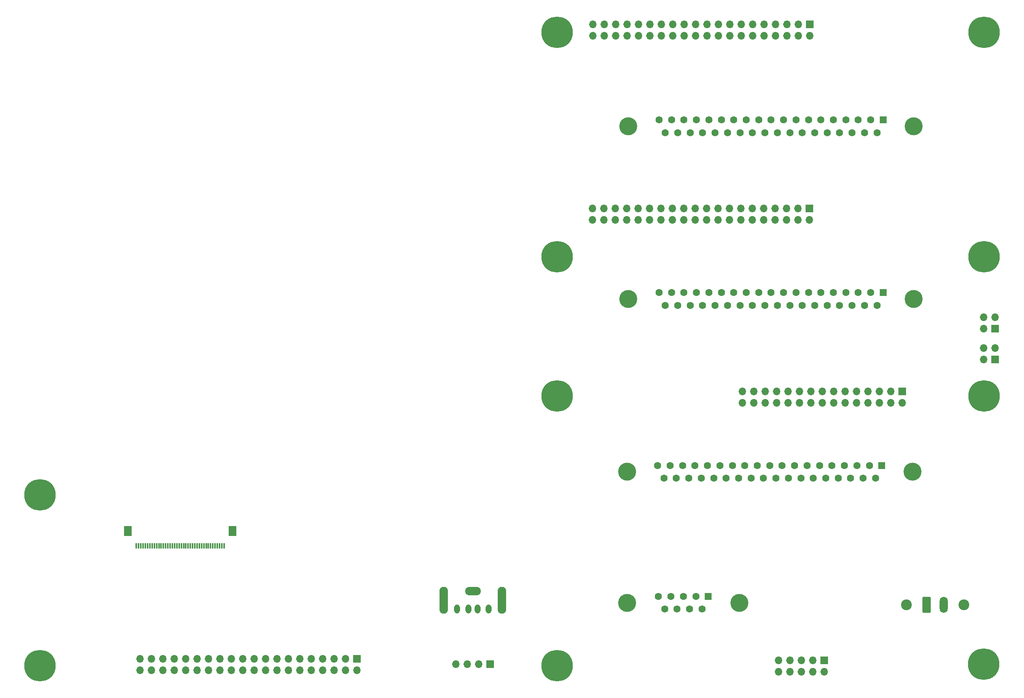
<source format=gbr>
%TF.GenerationSoftware,KiCad,Pcbnew,(7.0.0)*%
%TF.CreationDate,2025-01-08T14:06:24+03:30*%
%TF.ProjectId,tester interface,74657374-6572-4206-996e-746572666163,rev?*%
%TF.SameCoordinates,Original*%
%TF.FileFunction,Soldermask,Top*%
%TF.FilePolarity,Negative*%
%FSLAX46Y46*%
G04 Gerber Fmt 4.6, Leading zero omitted, Abs format (unit mm)*
G04 Created by KiCad (PCBNEW (7.0.0)) date 2025-01-08 14:06:24*
%MOMM*%
%LPD*%
G01*
G04 APERTURE LIST*
G04 Aperture macros list*
%AMRoundRect*
0 Rectangle with rounded corners*
0 $1 Rounding radius*
0 $2 $3 $4 $5 $6 $7 $8 $9 X,Y pos of 4 corners*
0 Add a 4 corners polygon primitive as box body*
4,1,4,$2,$3,$4,$5,$6,$7,$8,$9,$2,$3,0*
0 Add four circle primitives for the rounded corners*
1,1,$1+$1,$2,$3*
1,1,$1+$1,$4,$5*
1,1,$1+$1,$6,$7*
1,1,$1+$1,$8,$9*
0 Add four rect primitives between the rounded corners*
20,1,$1+$1,$2,$3,$4,$5,0*
20,1,$1+$1,$4,$5,$6,$7,0*
20,1,$1+$1,$6,$7,$8,$9,0*
20,1,$1+$1,$8,$9,$2,$3,0*%
G04 Aperture macros list end*
%ADD10C,4.000000*%
%ADD11R,1.600000X1.600000*%
%ADD12C,1.600000*%
%ADD13R,0.300000X1.300000*%
%ADD14R,1.800000X2.200000*%
%ADD15C,0.800000*%
%ADD16C,7.000000*%
%ADD17O,1.300000X2.000000*%
%ADD18O,1.900000X6.000000*%
%ADD19O,3.500000X1.900000*%
%ADD20C,2.400000*%
%ADD21RoundRect,0.250000X-0.650000X-1.550000X0.650000X-1.550000X0.650000X1.550000X-0.650000X1.550000X0*%
%ADD22O,1.800000X3.600000*%
%ADD23R,1.700000X1.700000*%
%ADD24O,1.700000X1.700000*%
G04 APERTURE END LIST*
D10*
%TO.C,J10*%
X175162266Y-153129433D03*
X200162266Y-153129433D03*
D11*
X193202265Y-151709432D03*
D12*
X190432266Y-151709433D03*
X187662266Y-151709433D03*
X184892266Y-151709433D03*
X182122266Y-151709433D03*
X191817266Y-154549433D03*
X189047266Y-154549433D03*
X186277266Y-154549433D03*
X183507266Y-154549433D03*
%TD*%
D13*
%TO.C,J2*%
X65966132Y-140436131D03*
X66466132Y-140436131D03*
X66966132Y-140436131D03*
X67466132Y-140436131D03*
X67966132Y-140436131D03*
X68466132Y-140436131D03*
X68966132Y-140436131D03*
X69466132Y-140436131D03*
X69966132Y-140436131D03*
X70466132Y-140436131D03*
X70966132Y-140436131D03*
X71466132Y-140436131D03*
X71966132Y-140436131D03*
X72466132Y-140436131D03*
X72966132Y-140436131D03*
X73466132Y-140436131D03*
X73966132Y-140436131D03*
X74466132Y-140436131D03*
X74966132Y-140436131D03*
X75466132Y-140436131D03*
X75966132Y-140436131D03*
X76466132Y-140436131D03*
X76966132Y-140436131D03*
X77466132Y-140436131D03*
X77966132Y-140436131D03*
X78466132Y-140436131D03*
X78966132Y-140436131D03*
X79466132Y-140436131D03*
X79966132Y-140436131D03*
X80466132Y-140436131D03*
X80966132Y-140436131D03*
X81466132Y-140436131D03*
X81966132Y-140436131D03*
X82466132Y-140436131D03*
X82966132Y-140436131D03*
X83466132Y-140436131D03*
X83966132Y-140436131D03*
X84466132Y-140436131D03*
X84966132Y-140436131D03*
X85466132Y-140436131D03*
D14*
X87366132Y-137186131D03*
X64066132Y-137186131D03*
%TD*%
D15*
%TO.C,H2*%
X41915000Y-129120000D03*
X42683845Y-127263845D03*
X42683845Y-130976155D03*
X44540000Y-126495000D03*
D16*
X44540000Y-129120000D03*
D15*
X44540000Y-131745000D03*
X46396155Y-127263845D03*
X46396155Y-130976155D03*
X47165000Y-129120000D03*
%TD*%
%TO.C,H9*%
X156915000Y-107120000D03*
X157683845Y-105263845D03*
X157683845Y-108976155D03*
X159540000Y-104495000D03*
D16*
X159540000Y-107120000D03*
D15*
X159540000Y-109745000D03*
X161396155Y-105263845D03*
X161396155Y-108976155D03*
X162165000Y-107120000D03*
%TD*%
%TO.C,H4*%
X156911133Y-167116132D03*
X157679978Y-165259977D03*
X157679978Y-168972287D03*
X159536133Y-164491132D03*
D16*
X159536133Y-167116132D03*
D15*
X159536133Y-169741132D03*
X161392288Y-165259977D03*
X161392288Y-168972287D03*
X162161133Y-167116132D03*
%TD*%
D10*
%TO.C,J8*%
X175126133Y-123976132D03*
X238626133Y-123976132D03*
D11*
X231806132Y-122556131D03*
D12*
X229036133Y-122556132D03*
X226266133Y-122556132D03*
X223496133Y-122556132D03*
X220726133Y-122556132D03*
X217956133Y-122556132D03*
X215186133Y-122556132D03*
X212416133Y-122556132D03*
X209646133Y-122556132D03*
X206876133Y-122556132D03*
X204106133Y-122556132D03*
X201336133Y-122556132D03*
X198566133Y-122556132D03*
X195796133Y-122556132D03*
X193026133Y-122556132D03*
X190256133Y-122556132D03*
X187486133Y-122556132D03*
X184716133Y-122556132D03*
X181946133Y-122556132D03*
X230421133Y-125396132D03*
X227651133Y-125396132D03*
X224881133Y-125396132D03*
X222111133Y-125396132D03*
X219341133Y-125396132D03*
X216571133Y-125396132D03*
X213801133Y-125396132D03*
X211031133Y-125396132D03*
X208261133Y-125396132D03*
X205491133Y-125396132D03*
X202721133Y-125396132D03*
X199951133Y-125396132D03*
X197181133Y-125396132D03*
X194411133Y-125396132D03*
X191641133Y-125396132D03*
X188871133Y-125396132D03*
X186101133Y-125396132D03*
X183331133Y-125396132D03*
%TD*%
D15*
%TO.C,H7*%
X156915000Y-76120000D03*
X157683845Y-74263845D03*
X157683845Y-77976155D03*
X159540000Y-73495000D03*
D16*
X159540000Y-76120000D03*
D15*
X159540000Y-78745000D03*
X161396155Y-74263845D03*
X161396155Y-77976155D03*
X162165000Y-76120000D03*
%TD*%
%TO.C,H5*%
X156911133Y-26116132D03*
X157679978Y-24259977D03*
X157679978Y-27972287D03*
X159536133Y-23491132D03*
D16*
X159536133Y-26116132D03*
D15*
X159536133Y-28741132D03*
X161392288Y-24259977D03*
X161392288Y-27972287D03*
X162161133Y-26116132D03*
%TD*%
%TO.C,H10*%
X251871133Y-166811132D03*
X252639978Y-164954977D03*
X252639978Y-168667287D03*
X254496133Y-164186132D03*
D16*
X254496133Y-166811132D03*
D15*
X254496133Y-169436132D03*
X256352288Y-164954977D03*
X256352288Y-168667287D03*
X257121133Y-166811132D03*
%TD*%
D10*
%TO.C,J4*%
X175436133Y-47056132D03*
X238936133Y-47056132D03*
D11*
X232116132Y-45636131D03*
D12*
X229346133Y-45636132D03*
X226576133Y-45636132D03*
X223806133Y-45636132D03*
X221036133Y-45636132D03*
X218266133Y-45636132D03*
X215496133Y-45636132D03*
X212726133Y-45636132D03*
X209956133Y-45636132D03*
X207186133Y-45636132D03*
X204416133Y-45636132D03*
X201646133Y-45636132D03*
X198876133Y-45636132D03*
X196106133Y-45636132D03*
X193336133Y-45636132D03*
X190566133Y-45636132D03*
X187796133Y-45636132D03*
X185026133Y-45636132D03*
X182256133Y-45636132D03*
X230731133Y-48476132D03*
X227961133Y-48476132D03*
X225191133Y-48476132D03*
X222421133Y-48476132D03*
X219651133Y-48476132D03*
X216881133Y-48476132D03*
X214111133Y-48476132D03*
X211341133Y-48476132D03*
X208571133Y-48476132D03*
X205801133Y-48476132D03*
X203031133Y-48476132D03*
X200261133Y-48476132D03*
X197491133Y-48476132D03*
X194721133Y-48476132D03*
X191951133Y-48476132D03*
X189181133Y-48476132D03*
X186411133Y-48476132D03*
X183641133Y-48476132D03*
%TD*%
D15*
%TO.C,H6*%
X251915000Y-107120000D03*
X252683845Y-105263845D03*
X252683845Y-108976155D03*
X254540000Y-104495000D03*
D16*
X254540000Y-107120000D03*
D15*
X254540000Y-109745000D03*
X256396155Y-105263845D03*
X256396155Y-108976155D03*
X257165000Y-107120000D03*
%TD*%
%TO.C,H1*%
X41911133Y-167116132D03*
X42679978Y-165259977D03*
X42679978Y-168972287D03*
X44536133Y-164491132D03*
X44536133Y-169741132D03*
D16*
X44540000Y-167120000D03*
D15*
X46392288Y-165259977D03*
X46392288Y-168972287D03*
X47161133Y-167116132D03*
%TD*%
D10*
%TO.C,J6*%
X175436133Y-85516132D03*
X238936133Y-85516132D03*
D11*
X232116132Y-84096131D03*
D12*
X229346133Y-84096132D03*
X226576133Y-84096132D03*
X223806133Y-84096132D03*
X221036133Y-84096132D03*
X218266133Y-84096132D03*
X215496133Y-84096132D03*
X212726133Y-84096132D03*
X209956133Y-84096132D03*
X207186133Y-84096132D03*
X204416133Y-84096132D03*
X201646133Y-84096132D03*
X198876133Y-84096132D03*
X196106133Y-84096132D03*
X193336133Y-84096132D03*
X190566133Y-84096132D03*
X187796133Y-84096132D03*
X185026133Y-84096132D03*
X182256133Y-84096132D03*
X230731133Y-86936132D03*
X227961133Y-86936132D03*
X225191133Y-86936132D03*
X222421133Y-86936132D03*
X219651133Y-86936132D03*
X216881133Y-86936132D03*
X214111133Y-86936132D03*
X211341133Y-86936132D03*
X208571133Y-86936132D03*
X205801133Y-86936132D03*
X203031133Y-86936132D03*
X200261133Y-86936132D03*
X197491133Y-86936132D03*
X194721133Y-86936132D03*
X191951133Y-86936132D03*
X189181133Y-86936132D03*
X186411133Y-86936132D03*
X183641133Y-86936132D03*
%TD*%
D17*
%TO.C,J16*%
X137336132Y-154478631D03*
X139836132Y-154478631D03*
X141836132Y-154478631D03*
X144336132Y-154478631D03*
D18*
X134366132Y-152548631D03*
D19*
X140836132Y-150568631D03*
D18*
X147306132Y-152548631D03*
%TD*%
D15*
%TO.C,H8*%
X251911133Y-26116132D03*
X252679978Y-24259977D03*
X252679978Y-27972287D03*
X254536133Y-23491132D03*
D16*
X254536133Y-26116132D03*
D15*
X254536133Y-28741132D03*
X256392288Y-24259977D03*
X256392288Y-27972287D03*
X257161133Y-26116132D03*
%TD*%
%TO.C,H3*%
X251915000Y-76120000D03*
X252683845Y-74263845D03*
X252683845Y-77976155D03*
X254540000Y-73495000D03*
D16*
X254540000Y-76120000D03*
D15*
X254540000Y-78745000D03*
X256396155Y-74263845D03*
X256396155Y-77976155D03*
X257165000Y-76120000D03*
%TD*%
D20*
%TO.C,J14*%
X237296133Y-153606132D03*
X250106133Y-153606132D03*
D21*
X241796133Y-153606132D03*
D22*
X245606132Y-153606131D03*
%TD*%
D23*
%TO.C,J15*%
X257036132Y-92116131D03*
D24*
X254496132Y-92116131D03*
X257036132Y-89576131D03*
X254496132Y-89576131D03*
%TD*%
D23*
%TO.C,J9*%
X144636132Y-166816131D03*
D24*
X142096132Y-166816131D03*
X139556132Y-166816131D03*
X137016132Y-166816131D03*
%TD*%
D23*
%TO.C,J17*%
X218976132Y-165951131D03*
D24*
X218976132Y-168491131D03*
X216436132Y-165951131D03*
X216436132Y-168491131D03*
X213896132Y-165951131D03*
X213896132Y-168491131D03*
X211356132Y-165951131D03*
X211356132Y-168491131D03*
X208816132Y-165951131D03*
X208816132Y-168491131D03*
%TD*%
D23*
%TO.C,J1*%
X114996132Y-165576131D03*
D24*
X114996132Y-168116131D03*
X112456132Y-165576131D03*
X112456132Y-168116131D03*
X109916132Y-165576131D03*
X109916132Y-168116131D03*
X107376132Y-165576131D03*
X107376132Y-168116131D03*
X104836132Y-165576131D03*
X104836132Y-168116131D03*
X102296132Y-165576131D03*
X102296132Y-168116131D03*
X99756132Y-165576131D03*
X99756132Y-168116131D03*
X97216132Y-165576131D03*
X97216132Y-168116131D03*
X94676132Y-165576131D03*
X94676132Y-168116131D03*
X92136132Y-165576131D03*
X92136132Y-168116131D03*
X89596132Y-165576131D03*
X89596132Y-168116131D03*
X87056132Y-165576131D03*
X87056132Y-168116131D03*
X84516132Y-165576131D03*
X84516132Y-168116131D03*
X81976132Y-165576131D03*
X81976132Y-168116131D03*
X79436132Y-165576131D03*
X79436132Y-168116131D03*
X76896132Y-165576131D03*
X76896132Y-168116131D03*
X74356132Y-165576131D03*
X74356132Y-168116131D03*
X71816132Y-165576131D03*
X71816132Y-168116131D03*
X69276132Y-165576131D03*
X69276132Y-168116131D03*
X66736132Y-165576131D03*
X66736132Y-168116131D03*
%TD*%
D23*
%TO.C,J5*%
X215691132Y-65366131D03*
D24*
X215691132Y-67906131D03*
X213151132Y-65366131D03*
X213151132Y-67906131D03*
X210611132Y-65366131D03*
X210611132Y-67906131D03*
X208071132Y-65366131D03*
X208071132Y-67906131D03*
X205531132Y-65366131D03*
X205531132Y-67906131D03*
X202991132Y-65366131D03*
X202991132Y-67906131D03*
X200451132Y-65366131D03*
X200451132Y-67906131D03*
X197911132Y-65366131D03*
X197911132Y-67906131D03*
X195371132Y-65366131D03*
X195371132Y-67906131D03*
X192831132Y-65366131D03*
X192831132Y-67906131D03*
X190291132Y-65366131D03*
X190291132Y-67906131D03*
X187751132Y-65366131D03*
X187751132Y-67906131D03*
X185211132Y-65366131D03*
X185211132Y-67906131D03*
X182671132Y-65366131D03*
X182671132Y-67906131D03*
X180131132Y-65366131D03*
X180131132Y-67906131D03*
X177591132Y-65366131D03*
X177591132Y-67906131D03*
X175051132Y-65366131D03*
X175051132Y-67906131D03*
X172511132Y-65366131D03*
X172511132Y-67906131D03*
X169971132Y-65366131D03*
X169971132Y-67906131D03*
X167431132Y-65366131D03*
X167431132Y-67906131D03*
%TD*%
D23*
%TO.C,J13*%
X257051132Y-98941131D03*
D24*
X254511132Y-98941131D03*
X257051132Y-96401131D03*
X254511132Y-96401131D03*
%TD*%
D23*
%TO.C,J3*%
X215821132Y-24341131D03*
D24*
X215821132Y-26881131D03*
X213281132Y-24341131D03*
X213281132Y-26881131D03*
X210741132Y-24341131D03*
X210741132Y-26881131D03*
X208201132Y-24341131D03*
X208201132Y-26881131D03*
X205661132Y-24341131D03*
X205661132Y-26881131D03*
X203121132Y-24341131D03*
X203121132Y-26881131D03*
X200581132Y-24341131D03*
X200581132Y-26881131D03*
X198041132Y-24341131D03*
X198041132Y-26881131D03*
X195501132Y-24341131D03*
X195501132Y-26881131D03*
X192961132Y-24341131D03*
X192961132Y-26881131D03*
X190421132Y-24341131D03*
X190421132Y-26881131D03*
X187881132Y-24341131D03*
X187881132Y-26881131D03*
X185341132Y-24341131D03*
X185341132Y-26881131D03*
X182801132Y-24341131D03*
X182801132Y-26881131D03*
X180261132Y-24341131D03*
X180261132Y-26881131D03*
X177721132Y-24341131D03*
X177721132Y-26881131D03*
X175181132Y-24341131D03*
X175181132Y-26881131D03*
X172641132Y-24341131D03*
X172641132Y-26881131D03*
X170101132Y-24341131D03*
X170101132Y-26881131D03*
X167561132Y-24341131D03*
X167561132Y-26881131D03*
%TD*%
D23*
%TO.C,J7*%
X236331132Y-106041131D03*
D24*
X236331132Y-108581131D03*
X233791132Y-106041131D03*
X233791132Y-108581131D03*
X231251132Y-106041131D03*
X231251132Y-108581131D03*
X228711132Y-106041131D03*
X228711132Y-108581131D03*
X226171132Y-106041131D03*
X226171132Y-108581131D03*
X223631132Y-106041131D03*
X223631132Y-108581131D03*
X221091132Y-106041131D03*
X221091132Y-108581131D03*
X218551132Y-106041131D03*
X218551132Y-108581131D03*
X216011132Y-106041131D03*
X216011132Y-108581131D03*
X213471132Y-106041131D03*
X213471132Y-108581131D03*
X210931132Y-106041131D03*
X210931132Y-108581131D03*
X208391132Y-106041131D03*
X208391132Y-108581131D03*
X205851132Y-106041131D03*
X205851132Y-108581131D03*
X203311132Y-106041131D03*
X203311132Y-108581131D03*
X200771132Y-106041131D03*
X200771132Y-108581131D03*
%TD*%
M02*

</source>
